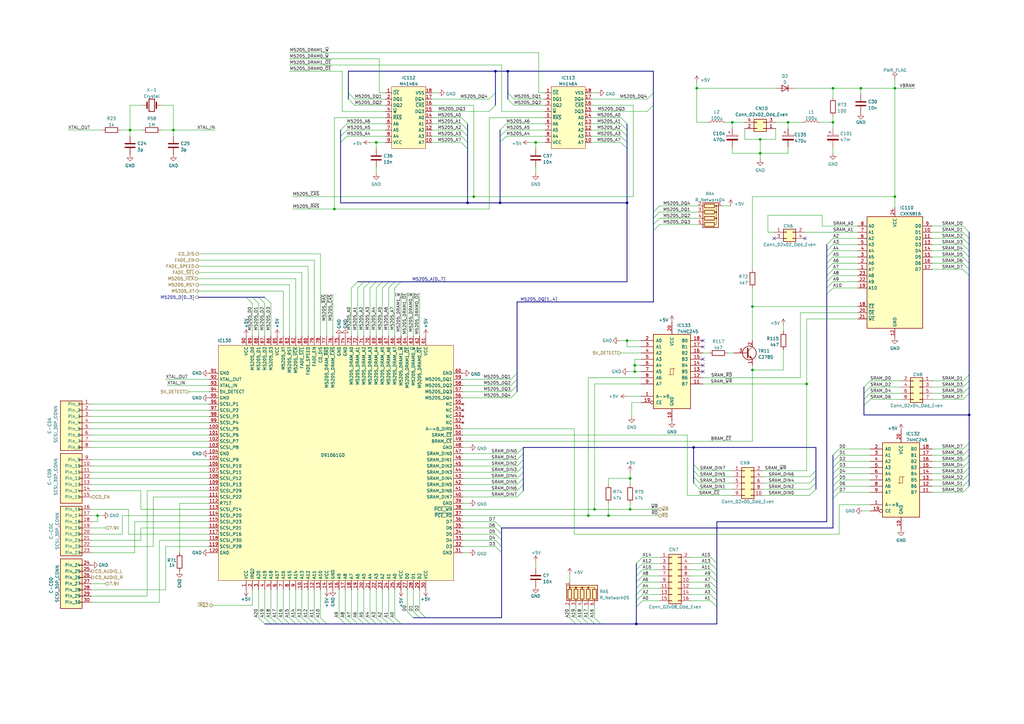
<source format=kicad_sch>
(kicad_sch (version 20211123) (generator eeschema)
  (paper "A3")
  (title_block (date "2022-10-23"))
  (junction (at 137.16 85.725))
  (junction (at 260.35 152.4))
  (junction (at 243.84 208.915))
  (junction (at 330.835 157.48))
  (junction (at 323.215 50.165))
  (junction (at 367.03 80.645))
  (junction (at 257.175 139.7))
  (junction (at 341.63 36.195))
  (junction (at 249.555 211.455))
  (junction (at 71.12 53.34))
  (junction (at 367.03 36.195))
  (junction (at 219.71 58.42))
  (junction (at 191.77 83.185))
  (junction (at 397.51 170.18))
  (junction (at 257.175 83.185))
  (junction (at 308.61 151.765))
  (junction (at 258.445 196.215))
  (junction (at 311.785 62.865))
  (junction (at 284.48 183.515))
  (junction (at 260.35 149.86))
  (junction (at 40.005 211.455))
  (junction (at 194.31 80.645))
  (junction (at 241.3 211.455))
  (junction (at 285.75 36.195))
  (junction (at 203.2 29.21))
  (junction (at 208.28 29.21))
  (junction (at 308.61 125.73))
  (junction (at 154.305 58.42))
  (junction (at 260.985 255.905))
  (junction (at 300.355 50.165))
  (junction (at 258.445 208.915))
  (junction (at 311.785 57.15))
  (junction (at 205.105 83.185))
  (junction (at 53.34 53.34))
  (junction (at 353.06 36.195))
  (junction (at 341.63 50.165))
  (no_connect (at 330.2 97.79))
  (no_connect (at 317.5 97.79))
  (no_connect (at 288.29 147.32))
  (no_connect (at 288.29 149.86))
  (no_connect (at 288.29 142.24))
  (no_connect (at 288.29 152.4))
  (no_connect (at 288.29 139.7))
  (bus_entry (at 254.635 50.8) (size 2.54 2.54))
  (bus_entry (at 167.005 250.825) (size 2.54 2.54))
  (bus_entry (at 267.97 86.995) (size 2.54 -2.54))
  (bus_entry (at 267.97 89.535) (size 2.54 -2.54))
  (bus_entry (at 267.97 94.615) (size 2.54 -2.54))
  (bus_entry (at 267.97 92.075) (size 2.54 -2.54))
  (bus_entry (at 291.465 241.3) (size 2.54 2.54))
  (bus_entry (at 344.17 191.77) (size -2.54 2.54))
  (bus_entry (at 263.525 243.84) (size -2.54 2.54))
  (bus_entry (at 291.465 236.22) (size 2.54 2.54))
  (bus_entry (at 205.105 58.42) (size 2.54 -2.54))
  (bus_entry (at 291.465 233.68) (size 2.54 2.54))
  (bus_entry (at 263.525 236.22) (size -2.54 2.54))
  (bus_entry (at 203.2 213.995) (size 2.54 2.54))
  (bus_entry (at 254.635 48.26) (size 2.54 2.54))
  (bus_entry (at 128.905 253.365) (size 2.54 2.54))
  (bus_entry (at 394.97 201.93) (size 2.54 -2.54))
  (bus_entry (at 394.97 102.87) (size 2.54 2.54))
  (bus_entry (at 243.84 253.365) (size 2.54 2.54))
  (bus_entry (at 397.51 161.29) (size -2.54 2.54))
  (bus_entry (at 394.97 189.23) (size 2.54 -2.54))
  (bus_entry (at 203.2 224.155) (size 2.54 2.54))
  (bus_entry (at 394.97 105.41) (size 2.54 2.54))
  (bus_entry (at 263.525 246.38) (size -2.54 2.54))
  (bus_entry (at 344.17 194.31) (size -2.54 2.54))
  (bus_entry (at 212.09 203.835) (size 2.54 -2.54))
  (bus_entry (at 212.09 153.035) (size -2.54 2.54))
  (bus_entry (at 212.09 198.755) (size 2.54 -2.54))
  (bus_entry (at 334.645 198.12) (size -2.54 2.54))
  (bus_entry (at 291.465 231.14) (size 2.54 2.54))
  (bus_entry (at 146.685 253.365) (size 2.54 2.54))
  (bus_entry (at 212.09 201.295) (size 2.54 -2.54))
  (bus_entry (at 113.665 253.365) (size 2.54 2.54))
  (bus_entry (at 394.97 199.39) (size 2.54 -2.54))
  (bus_entry (at 203.2 221.615) (size 2.54 2.54))
  (bus_entry (at 238.76 253.365) (size 2.54 2.54))
  (bus_entry (at 212.09 155.575) (size -2.54 2.54))
  (bus_entry (at 334.645 193.04) (size -2.54 2.54))
  (bus_entry (at 233.68 253.365) (size 2.54 2.54))
  (bus_entry (at 263.525 228.6) (size -2.54 2.54))
  (bus_entry (at 103.505 121.92) (size 2.54 2.54))
  (bus_entry (at 108.585 121.92) (size 2.54 2.54))
  (bus_entry (at 106.045 121.92) (size 2.54 2.54))
  (bus_entry (at 100.965 121.92) (size 2.54 2.54))
  (bus_entry (at 159.385 253.365) (size 2.54 2.54))
  (bus_entry (at 263.525 238.76) (size -2.54 2.54))
  (bus_entry (at 144.145 253.365) (size 2.54 2.54))
  (bus_entry (at 212.09 191.135) (size 2.54 -2.54))
  (bus_entry (at 212.09 196.215) (size 2.54 -2.54))
  (bus_entry (at 265.43 45.72) (size 2.54 -2.54))
  (bus_entry (at 397.51 153.67) (size -2.54 2.54))
  (bus_entry (at 139.065 253.365) (size 2.54 2.54))
  (bus_entry (at 212.09 160.655) (size -2.54 2.54))
  (bus_entry (at 208.28 38.1) (size 2.54 2.54))
  (bus_entry (at 344.17 196.85) (size -2.54 2.54))
  (bus_entry (at 284.48 195.58) (size 2.54 2.54))
  (bus_entry (at 203.2 216.535) (size 2.54 2.54))
  (bus_entry (at 254.635 58.42) (size 2.54 2.54))
  (bus_entry (at 397.51 156.21) (size -2.54 2.54))
  (bus_entry (at 263.525 233.68) (size -2.54 2.54))
  (bus_entry (at 284.48 193.04) (size 2.54 2.54))
  (bus_entry (at 203.2 219.075) (size 2.54 2.54))
  (bus_entry (at 394.97 196.85) (size 2.54 -2.54))
  (bus_entry (at 334.645 200.66) (size -2.54 2.54))
  (bus_entry (at 334.645 195.58) (size -2.54 2.54))
  (bus_entry (at 344.17 184.15) (size -2.54 2.54))
  (bus_entry (at 291.465 228.6) (size 2.54 2.54))
  (bus_entry (at 172.085 250.825) (size 2.54 2.54))
  (bus_entry (at 394.97 100.33) (size 2.54 2.54))
  (bus_entry (at 394.97 97.79) (size 2.54 2.54))
  (bus_entry (at 394.97 95.25) (size 2.54 2.54))
  (bus_entry (at 394.97 92.71) (size 2.54 2.54))
  (bus_entry (at 131.445 253.365) (size 2.54 2.54))
  (bus_entry (at 356.87 158.75) (size -2.54 2.54))
  (bus_entry (at 291.465 238.76) (size 2.54 2.54))
  (bus_entry (at 212.09 193.675) (size 2.54 -2.54))
  (bus_entry (at 356.87 156.21) (size -2.54 2.54))
  (bus_entry (at 200.66 40.64) (size 2.54 -2.54))
  (bus_entry (at 200.66 45.72) (size 2.54 -2.54))
  (bus_entry (at 142.875 40.64) (size 2.54 2.54))
  (bus_entry (at 142.875 38.1) (size 2.54 2.54))
  (bus_entry (at 394.97 184.15) (size 2.54 -2.54))
  (bus_entry (at 284.48 198.12) (size 2.54 2.54))
  (bus_entry (at 291.465 243.84) (size 2.54 2.54))
  (bus_entry (at 356.87 161.29) (size -2.54 2.54))
  (bus_entry (at 254.635 55.88) (size 2.54 2.54))
  (bus_entry (at 212.09 158.115) (size -2.54 2.54))
  (bus_entry (at 291.465 246.38) (size 2.54 2.54))
  (bus_entry (at 149.225 253.365) (size 2.54 2.54))
  (bus_entry (at 394.97 107.95) (size 2.54 2.54))
  (bus_entry (at 212.09 186.055) (size 2.54 -2.54))
  (bus_entry (at 344.17 186.69) (size -2.54 2.54))
  (bus_entry (at 208.28 40.64) (size 2.54 2.54))
  (bus_entry (at 263.525 231.14) (size -2.54 2.54))
  (bus_entry (at 118.745 253.365) (size 2.54 2.54))
  (bus_entry (at 159.385 118.11) (size 2.54 -2.54))
  (bus_entry (at 156.845 118.11) (size 2.54 -2.54))
  (bus_entry (at 161.925 118.11) (size 2.54 -2.54))
  (bus_entry (at 154.305 118.11) (size 2.54 -2.54))
  (bus_entry (at 151.765 118.11) (size 2.54 -2.54))
  (bus_entry (at 149.225 118.11) (size 2.54 -2.54))
  (bus_entry (at 146.685 118.11) (size 2.54 -2.54))
  (bus_entry (at 144.145 118.11) (size 2.54 -2.54))
  (bus_entry (at 116.205 253.365) (size 2.54 2.54))
  (bus_entry (at 356.87 163.83) (size -2.54 2.54))
  (bus_entry (at 108.585 253.365) (size 2.54 2.54))
  (bus_entry (at 254.635 53.34) (size 2.54 2.54))
  (bus_entry (at 394.97 191.77) (size 2.54 -2.54))
  (bus_entry (at 284.48 190.5) (size 2.54 2.54))
  (bus_entry (at 121.285 253.365) (size 2.54 2.54))
  (bus_entry (at 344.17 189.23) (size -2.54 2.54))
  (bus_entry (at 341.63 113.03) (size -2.54 2.54))
  (bus_entry (at 341.63 115.57) (size -2.54 2.54))
  (bus_entry (at 341.63 118.11) (size -2.54 2.54))
  (bus_entry (at 341.63 105.41) (size -2.54 2.54))
  (bus_entry (at 341.63 100.33) (size -2.54 2.54))
  (bus_entry (at 341.63 102.87) (size -2.54 2.54))
  (bus_entry (at 341.63 107.95) (size -2.54 2.54))
  (bus_entry (at 341.63 110.49) (size -2.54 2.54))
  (bus_entry (at 341.63 97.79) (size -2.54 2.54))
  (bus_entry (at 394.97 186.69) (size 2.54 -2.54))
  (bus_entry (at 394.97 194.31) (size 2.54 -2.54))
  (bus_entry (at 236.22 253.365) (size 2.54 2.54))
  (bus_entry (at 241.3 253.365) (size 2.54 2.54))
  (bus_entry (at 161.925 253.365) (size 2.54 2.54))
  (bus_entry (at 263.525 241.3) (size -2.54 2.54))
  (bus_entry (at 265.43 40.64) (size 2.54 -2.54))
  (bus_entry (at 111.125 253.365) (size 2.54 2.54))
  (bus_entry (at 139.7 58.42) (size 2.54 -2.54))
  (bus_entry (at 344.17 199.39) (size -2.54 2.54))
  (bus_entry (at 205.105 53.34) (size 2.54 -2.54))
  (bus_entry (at 154.305 253.365) (size 2.54 2.54))
  (bus_entry (at 106.045 253.365) (size 2.54 2.54))
  (bus_entry (at 141.605 253.365) (size 2.54 2.54))
  (bus_entry (at 123.825 253.365) (size 2.54 2.54))
  (bus_entry (at 169.545 250.825) (size 2.54 2.54))
  (bus_entry (at 205.105 55.88) (size 2.54 -2.54))
  (bus_entry (at 189.23 50.8) (size 2.54 2.54))
  (bus_entry (at 189.23 53.34) (size 2.54 2.54))
  (bus_entry (at 189.23 48.26) (size 2.54 2.54))
  (bus_entry (at 189.23 58.42) (size 2.54 2.54))
  (bus_entry (at 189.23 55.88) (size 2.54 2.54))
  (bus_entry (at 139.7 53.34) (size 2.54 -2.54))
  (bus_entry (at 139.7 55.88) (size 2.54 -2.54))
  (bus_entry (at 156.845 253.365) (size 2.54 2.54))
  (bus_entry (at 212.09 188.595) (size 2.54 -2.54))
  (bus_entry (at 397.51 158.75) (size -2.54 2.54))
  (bus_entry (at 126.365 253.365) (size 2.54 2.54))
  (bus_entry (at 151.765 253.365) (size 2.54 2.54))
  (bus_entry (at 344.17 201.93) (size -2.54 2.54))
  (bus_entry (at 394.97 110.49) (size 2.54 2.54))
  (bus (pts (xy 294.005 236.22) (xy 294.005 238.76)))
  (bus (pts (xy 169.545 253.365) (xy 172.085 253.365)))
  (wire (pts (xy 67.945 155.575) (xy 85.725 155.575)))
  (wire (pts (xy 270.51 92.075) (xy 286.385 92.075)))
  (wire (pts (xy 106.045 253.365) (xy 106.045 241.935)))
  (wire (pts (xy 85.725 208.915) (xy 57.785 208.915)))
  (bus (pts (xy 260.985 233.68) (xy 260.985 236.22)))
  (wire (pts (xy 321.31 133.35) (xy 321.31 135.89)))
  (wire (pts (xy 367.03 36.195) (xy 375.285 36.195)))
  (bus (pts (xy 334.645 183.515) (xy 334.645 193.04)))
  (wire (pts (xy 108.585 253.365) (xy 108.585 241.935)))
  (wire (pts (xy 260.35 152.4) (xy 262.89 152.4)))
  (wire (pts (xy 118.745 26.67) (xy 205.74 26.67)))
  (wire (pts (xy 314.96 95.25) (xy 314.96 88.265)))
  (wire (pts (xy 37.465 219.075) (xy 50.165 219.075)))
  (bus (pts (xy 141.605 255.905) (xy 144.145 255.905)))
  (wire (pts (xy 308.61 151.765) (xy 321.31 151.765)))
  (wire (pts (xy 254 139.7) (xy 257.175 139.7)))
  (wire (pts (xy 356.87 158.75) (xy 369.57 158.75)))
  (bus (pts (xy 294.005 248.92) (xy 294.005 255.905)))
  (bus (pts (xy 146.685 255.905) (xy 149.225 255.905)))
  (wire (pts (xy 394.97 158.75) (xy 382.27 158.75)))
  (wire (pts (xy 57.785 208.915) (xy 57.785 201.295)))
  (wire (pts (xy 243.84 208.915) (xy 243.84 157.48)))
  (wire (pts (xy 291.465 238.76) (xy 283.21 238.76)))
  (bus (pts (xy 339.09 110.49) (xy 339.09 113.03)))
  (bus (pts (xy 267.97 29.21) (xy 267.97 38.1)))
  (wire (pts (xy 287.02 193.04) (xy 300.355 193.04)))
  (bus (pts (xy 257.175 58.42) (xy 257.175 60.96)))
  (wire (pts (xy 37.465 188.595) (xy 85.725 188.595)))
  (wire (pts (xy 189.865 219.075) (xy 203.2 219.075)))
  (bus (pts (xy 397.51 186.69) (xy 397.51 189.23)))
  (bus (pts (xy 214.63 186.055) (xy 214.63 188.595)))
  (wire (pts (xy 37.465 208.915) (xy 52.705 208.915)))
  (wire (pts (xy 151.765 58.42) (xy 154.305 58.42)))
  (wire (pts (xy 337.185 92.71) (xy 351.79 92.71)))
  (wire (pts (xy 318.135 57.15) (xy 311.785 57.15)))
  (wire (pts (xy 62.865 224.155) (xy 37.465 224.155)))
  (bus (pts (xy 397.51 97.79) (xy 397.51 100.33)))
  (wire (pts (xy 71.12 43.18) (xy 66.04 43.18)))
  (bus (pts (xy 267.97 123.825) (xy 267.97 94.615)))
  (wire (pts (xy 177.165 50.8) (xy 189.23 50.8)))
  (wire (pts (xy 40.005 211.455) (xy 41.91 211.455)))
  (bus (pts (xy 334.645 195.58) (xy 334.645 193.04)))
  (wire (pts (xy 394.97 100.33) (xy 382.27 100.33)))
  (bus (pts (xy 341.63 204.47) (xy 341.63 216.535)))
  (wire (pts (xy 270.51 86.995) (xy 286.385 86.995)))
  (wire (pts (xy 262.89 165.1) (xy 259.08 165.1)))
  (bus (pts (xy 205.105 83.185) (xy 257.175 83.185)))
  (bus (pts (xy 205.74 219.075) (xy 205.74 221.615)))
  (wire (pts (xy 341.63 50.165) (xy 341.63 52.705)))
  (bus (pts (xy 139.7 83.185) (xy 191.77 83.185)))
  (wire (pts (xy 367.03 36.195) (xy 367.03 80.645)))
  (wire (pts (xy 161.925 241.935) (xy 161.925 253.365)))
  (wire (pts (xy 291.465 228.6) (xy 283.21 228.6)))
  (wire (pts (xy 156.845 118.11) (xy 156.845 137.795)))
  (wire (pts (xy 257.81 152.4) (xy 260.35 152.4)))
  (wire (pts (xy 37.465 180.975) (xy 85.725 180.975)))
  (wire (pts (xy 367.03 80.645) (xy 367.03 85.09)))
  (wire (pts (xy 158.115 43.18) (xy 145.415 43.18)))
  (wire (pts (xy 241.3 154.94) (xy 262.89 154.94)))
  (wire (pts (xy 249.555 206.375) (xy 249.555 211.455)))
  (bus (pts (xy 203.2 38.1) (xy 203.2 29.21)))
  (wire (pts (xy 37.465 183.515) (xy 85.725 183.515)))
  (wire (pts (xy 106.045 137.795) (xy 106.045 124.46)))
  (wire (pts (xy 177.165 58.42) (xy 189.23 58.42)))
  (bus (pts (xy 191.77 83.185) (xy 205.105 83.185)))
  (bus (pts (xy 156.845 255.905) (xy 159.385 255.905)))
  (wire (pts (xy 249.555 196.215) (xy 249.555 198.755)))
  (wire (pts (xy 242.57 50.8) (xy 254.635 50.8)))
  (wire (pts (xy 219.71 233.045) (xy 219.71 230.505)))
  (wire (pts (xy 158.115 50.8) (xy 142.24 50.8)))
  (wire (pts (xy 68.58 158.115) (xy 85.725 158.115)))
  (wire (pts (xy 137.16 85.725) (xy 120.015 85.725)))
  (wire (pts (xy 330.835 130.81) (xy 330.835 157.48)))
  (wire (pts (xy 205.74 26.67) (xy 205.74 45.72)))
  (bus (pts (xy 128.905 255.905) (xy 131.445 255.905)))
  (wire (pts (xy 81.28 106.68) (xy 128.905 106.68)))
  (bus (pts (xy 205.105 53.34) (xy 205.105 55.88)))
  (wire (pts (xy 394.97 102.87) (xy 382.27 102.87)))
  (bus (pts (xy 339.09 100.33) (xy 339.09 102.87)))
  (bus (pts (xy 260.985 236.22) (xy 260.985 238.76)))
  (bus (pts (xy 214.63 183.515) (xy 214.63 186.055)))
  (wire (pts (xy 164.465 120.015) (xy 164.465 137.795)))
  (wire (pts (xy 394.97 194.31) (xy 382.27 194.31)))
  (wire (pts (xy 85.725 203.835) (xy 62.865 203.835)))
  (bus (pts (xy 339.09 113.03) (xy 339.09 115.57)))
  (wire (pts (xy 167.005 120.015) (xy 167.005 137.795)))
  (bus (pts (xy 284.48 193.04) (xy 284.48 190.5)))
  (wire (pts (xy 126.365 253.365) (xy 126.365 241.935)))
  (wire (pts (xy 159.385 253.365) (xy 159.385 241.935)))
  (wire (pts (xy 323.215 60.325) (xy 323.215 62.865)))
  (bus (pts (xy 142.875 38.1) (xy 142.875 29.21)))
  (bus (pts (xy 267.97 89.535) (xy 267.97 86.995)))
  (wire (pts (xy 194.31 43.18) (xy 194.31 80.645)))
  (bus (pts (xy 267.97 43.18) (xy 267.97 38.1)))
  (wire (pts (xy 205.74 45.72) (xy 223.52 45.72)))
  (wire (pts (xy 288.29 157.48) (xy 330.835 157.48)))
  (bus (pts (xy 243.84 255.905) (xy 241.3 255.905)))
  (wire (pts (xy 341.63 36.195) (xy 341.63 40.005)))
  (wire (pts (xy 53.34 53.34) (xy 53.34 55.88)))
  (wire (pts (xy 37.465 221.615) (xy 57.785 221.615)))
  (bus (pts (xy 397.51 194.31) (xy 397.51 196.85)))
  (wire (pts (xy 81.28 119.38) (xy 116.205 119.38)))
  (wire (pts (xy 323.215 50.165) (xy 323.215 52.705)))
  (wire (pts (xy 290.195 50.165) (xy 285.75 50.165)))
  (wire (pts (xy 328.295 154.94) (xy 328.295 128.27)))
  (wire (pts (xy 341.63 100.33) (xy 351.79 100.33)))
  (wire (pts (xy 220.98 21.59) (xy 220.98 38.1)))
  (wire (pts (xy 351.79 107.95) (xy 341.63 107.95)))
  (wire (pts (xy 172.085 250.825) (xy 172.085 241.935)))
  (wire (pts (xy 353.06 36.195) (xy 367.03 36.195)))
  (wire (pts (xy 200.66 85.725) (xy 200.66 48.26)))
  (wire (pts (xy 257.175 139.7) (xy 257.175 142.24)))
  (bus (pts (xy 123.825 255.905) (xy 126.365 255.905)))
  (wire (pts (xy 242.57 48.26) (xy 254.635 48.26)))
  (wire (pts (xy 356.87 209.55) (xy 353.695 209.55)))
  (wire (pts (xy 258.445 196.215) (xy 258.445 198.755)))
  (wire (pts (xy 249.555 196.215) (xy 258.445 196.215)))
  (wire (pts (xy 318.135 57.15) (xy 318.135 52.705)))
  (bus (pts (xy 334.645 198.12) (xy 334.645 200.66)))
  (wire (pts (xy 323.215 62.865) (xy 311.785 62.865)))
  (bus (pts (xy 260.985 248.92) (xy 260.985 255.905)))
  (bus (pts (xy 139.7 55.88) (xy 139.7 58.42)))
  (wire (pts (xy 212.09 191.135) (xy 189.865 191.135)))
  (wire (pts (xy 356.87 163.83) (xy 369.57 163.83)))
  (wire (pts (xy 88.265 53.34) (xy 71.12 53.34)))
  (wire (pts (xy 37.465 213.995) (xy 40.005 213.995)))
  (wire (pts (xy 141.605 253.365) (xy 141.605 241.935)))
  (bus (pts (xy 341.63 199.39) (xy 341.63 201.93)))
  (wire (pts (xy 285.75 36.195) (xy 285.75 50.165)))
  (wire (pts (xy 189.865 213.995) (xy 203.2 213.995)))
  (bus (pts (xy 397.51 170.18) (xy 397.51 181.61)))
  (bus (pts (xy 191.77 55.88) (xy 191.77 58.42)))
  (bus (pts (xy 205.105 55.88) (xy 205.105 58.42)))
  (wire (pts (xy 367.03 32.385) (xy 367.03 36.195)))
  (wire (pts (xy 37.465 178.435) (xy 85.725 178.435)))
  (wire (pts (xy 235.585 175.895) (xy 235.585 219.075)))
  (wire (pts (xy 37.465 168.275) (xy 85.725 168.275)))
  (wire (pts (xy 332.105 200.66) (xy 313.055 200.66)))
  (bus (pts (xy 397.51 158.75) (xy 397.51 161.29)))
  (wire (pts (xy 321.31 143.51) (xy 321.31 151.765)))
  (wire (pts (xy 154.305 241.935) (xy 154.305 253.365)))
  (wire (pts (xy 177.165 40.64) (xy 200.66 40.64)))
  (wire (pts (xy 300.355 50.165) (xy 300.355 52.705)))
  (wire (pts (xy 260.35 147.32) (xy 260.35 149.86)))
  (wire (pts (xy 217.17 58.42) (xy 219.71 58.42)))
  (bus (pts (xy 212.09 123.825) (xy 267.97 123.825)))
  (wire (pts (xy 394.97 156.21) (xy 382.27 156.21)))
  (wire (pts (xy 223.52 43.18) (xy 210.82 43.18)))
  (bus (pts (xy 257.175 115.57) (xy 257.175 83.185)))
  (bus (pts (xy 164.465 115.57) (xy 257.175 115.57)))
  (bus (pts (xy 205.105 58.42) (xy 205.105 83.185)))
  (bus (pts (xy 339.09 120.65) (xy 339.09 213.995)))
  (wire (pts (xy 189.865 163.195) (xy 209.55 163.195)))
  (wire (pts (xy 86.995 248.285) (xy 103.505 248.285)))
  (bus (pts (xy 397.51 181.61) (xy 397.51 184.15)))
  (wire (pts (xy 353.06 36.195) (xy 341.63 36.195)))
  (wire (pts (xy 146.685 253.365) (xy 146.685 241.935)))
  (wire (pts (xy 308.61 149.86) (xy 308.61 151.765)))
  (wire (pts (xy 85.725 224.155) (xy 67.945 224.155)))
  (wire (pts (xy 192.405 226.695) (xy 189.865 226.695)))
  (wire (pts (xy 158.115 45.72) (xy 140.335 45.72)))
  (wire (pts (xy 189.865 158.115) (xy 209.55 158.115)))
  (wire (pts (xy 158.115 40.64) (xy 145.415 40.64)))
  (wire (pts (xy 235.585 219.075) (xy 344.17 219.075)))
  (wire (pts (xy 287.02 198.12) (xy 300.355 198.12)))
  (bus (pts (xy 118.745 255.905) (xy 121.285 255.905)))
  (bus (pts (xy 191.77 50.8) (xy 191.77 53.34)))
  (bus (pts (xy 236.22 255.905) (xy 164.465 255.905)))
  (wire (pts (xy 149.225 253.365) (xy 149.225 241.935)))
  (wire (pts (xy 52.705 208.915) (xy 52.705 219.075)))
  (bus (pts (xy 106.045 121.92) (xy 108.585 121.92)))
  (wire (pts (xy 332.105 198.12) (xy 313.055 198.12)))
  (wire (pts (xy 243.84 253.365) (xy 243.84 248.285)))
  (wire (pts (xy 37.465 216.535) (xy 43.18 216.535)))
  (wire (pts (xy 219.71 58.42) (xy 223.52 58.42)))
  (wire (pts (xy 257.175 142.24) (xy 262.89 142.24)))
  (bus (pts (xy 341.63 194.31) (xy 341.63 196.85)))
  (wire (pts (xy 296.545 84.455) (xy 299.72 84.455)))
  (wire (pts (xy 37.465 239.395) (xy 43.18 239.395)))
  (wire (pts (xy 311.785 57.15) (xy 311.785 62.865)))
  (bus (pts (xy 397.51 156.21) (xy 397.51 158.75)))
  (wire (pts (xy 177.165 45.72) (xy 200.66 45.72)))
  (wire (pts (xy 192.405 183.515) (xy 189.865 183.515)))
  (bus (pts (xy 214.63 183.515) (xy 284.48 183.515)))
  (wire (pts (xy 258.445 193.675) (xy 258.445 196.215)))
  (wire (pts (xy 242.57 43.18) (xy 259.715 43.18)))
  (wire (pts (xy 154.305 58.42) (xy 158.115 58.42)))
  (wire (pts (xy 81.28 114.3) (xy 121.285 114.3)))
  (wire (pts (xy 37.465 193.675) (xy 85.725 193.675)))
  (bus (pts (xy 397.51 184.15) (xy 397.51 186.69)))
  (bus (pts (xy 339.09 107.95) (xy 339.09 110.49)))
  (wire (pts (xy 37.465 170.815) (xy 85.725 170.815)))
  (wire (pts (xy 156.845 253.365) (xy 156.845 241.935)))
  (wire (pts (xy 337.185 88.265) (xy 337.185 92.71)))
  (wire (pts (xy 189.865 211.455) (xy 241.3 211.455)))
  (bus (pts (xy 294.005 231.14) (xy 294.005 233.68)))
  (wire (pts (xy 263.525 228.6) (xy 270.51 228.6)))
  (wire (pts (xy 71.12 53.34) (xy 71.12 43.18)))
  (bus (pts (xy 151.765 115.57) (xy 154.305 115.57)))
  (wire (pts (xy 341.63 50.165) (xy 336.55 50.165)))
  (wire (pts (xy 137.16 85.725) (xy 200.66 85.725)))
  (bus (pts (xy 146.685 115.57) (xy 149.225 115.57)))
  (wire (pts (xy 128.905 106.68) (xy 128.905 137.795)))
  (wire (pts (xy 344.17 189.23) (xy 356.87 189.23)))
  (wire (pts (xy 314.96 95.25) (xy 317.5 95.25)))
  (wire (pts (xy 81.28 104.14) (xy 131.445 104.14)))
  (bus (pts (xy 267.97 94.615) (xy 267.97 92.075)))
  (bus (pts (xy 191.77 60.96) (xy 191.77 83.185)))
  (bus (pts (xy 354.33 170.18) (xy 397.51 170.18)))
  (bus (pts (xy 397.51 196.85) (xy 397.51 199.39)))
  (wire (pts (xy 394.97 95.25) (xy 382.27 95.25)))
  (wire (pts (xy 344.17 199.39) (xy 356.87 199.39)))
  (bus (pts (xy 205.74 216.535) (xy 341.63 216.535)))
  (wire (pts (xy 137.16 48.26) (xy 137.16 85.725)))
  (bus (pts (xy 161.925 255.905) (xy 164.465 255.905)))
  (wire (pts (xy 236.22 253.365) (xy 236.22 248.285)))
  (wire (pts (xy 154.305 137.795) (xy 154.305 118.11)))
  (bus (pts (xy 397.51 110.49) (xy 397.51 113.03)))
  (bus (pts (xy 257.175 60.96) (xy 257.175 83.185)))
  (wire (pts (xy 394.97 191.77) (xy 382.27 191.77)))
  (wire (pts (xy 189.865 208.915) (xy 243.84 208.915)))
  (bus (pts (xy 108.585 255.905) (xy 111.125 255.905)))
  (bus (pts (xy 294.005 246.38) (xy 294.005 248.92)))
  (wire (pts (xy 242.57 58.42) (xy 254.635 58.42)))
  (wire (pts (xy 177.165 43.18) (xy 194.31 43.18)))
  (bus (pts (xy 257.175 53.34) (xy 257.175 55.88)))
  (wire (pts (xy 116.205 253.365) (xy 116.205 241.935)))
  (wire (pts (xy 113.665 253.365) (xy 113.665 241.935)))
  (wire (pts (xy 259.715 80.645) (xy 259.715 43.18)))
  (wire (pts (xy 300.355 62.865) (xy 300.355 60.325)))
  (wire (pts (xy 192.405 206.375) (xy 189.865 206.375)))
  (wire (pts (xy 258.445 208.915) (xy 269.875 208.915)))
  (wire (pts (xy 305.435 52.705) (xy 305.435 57.15)))
  (wire (pts (xy 123.825 111.76) (xy 123.825 137.795)))
  (wire (pts (xy 344.17 191.77) (xy 356.87 191.77)))
  (wire (pts (xy 241.3 211.455) (xy 241.3 154.94)))
  (wire (pts (xy 262.89 149.86) (xy 260.35 149.86)))
  (wire (pts (xy 394.97 163.83) (xy 382.27 163.83)))
  (bus (pts (xy 294.005 243.84) (xy 294.005 246.38)))
  (bus (pts (xy 205.74 221.615) (xy 205.74 224.155)))
  (wire (pts (xy 55.245 213.995) (xy 85.725 213.995)))
  (wire (pts (xy 118.745 253.365) (xy 118.745 241.935)))
  (wire (pts (xy 65.405 221.615) (xy 85.725 221.615)))
  (wire (pts (xy 394.97 105.41) (xy 382.27 105.41)))
  (bus (pts (xy 257.175 50.8) (xy 257.175 53.34)))
  (wire (pts (xy 140.335 29.21) (xy 140.335 45.72)))
  (wire (pts (xy 158.115 55.88) (xy 142.24 55.88)))
  (bus (pts (xy 214.63 196.215) (xy 214.63 198.755)))
  (wire (pts (xy 131.445 253.365) (xy 131.445 241.935)))
  (bus (pts (xy 334.645 195.58) (xy 334.645 198.12)))
  (wire (pts (xy 263.525 241.3) (xy 270.51 241.3)))
  (wire (pts (xy 394.97 92.71) (xy 382.27 92.71)))
  (bus (pts (xy 113.665 255.905) (xy 116.205 255.905)))
  (bus (pts (xy 341.63 189.23) (xy 341.63 191.77)))
  (bus (pts (xy 133.985 255.905) (xy 141.605 255.905)))
  (bus (pts (xy 284.48 190.5) (xy 284.48 183.515)))
  (wire (pts (xy 330.2 95.25) (xy 351.79 95.25)))
  (wire (pts (xy 207.645 53.34) (xy 223.52 53.34)))
  (bus (pts (xy 149.225 115.57) (xy 151.765 115.57)))
  (wire (pts (xy 144.145 118.11) (xy 144.145 137.795)))
  (bus (pts (xy 354.33 161.29) (xy 354.33 163.83)))
  (wire (pts (xy 311.785 57.15) (xy 305.435 57.15)))
  (bus (pts (xy 397.51 113.03) (xy 397.51 153.67)))
  (wire (pts (xy 243.84 208.915) (xy 258.445 208.915)))
  (wire (pts (xy 356.87 161.29) (xy 369.57 161.29)))
  (wire (pts (xy 126.365 109.22) (xy 126.365 137.795)))
  (wire (pts (xy 394.97 201.93) (xy 382.27 201.93)))
  (bus (pts (xy 260.985 231.14) (xy 260.985 233.68)))
  (wire (pts (xy 57.785 221.615) (xy 57.785 216.535)))
  (bus (pts (xy 284.48 183.515) (xy 334.645 183.515)))
  (wire (pts (xy 118.745 24.13) (xy 155.575 24.13)))
  (wire (pts (xy 260.35 149.86) (xy 260.35 152.4)))
  (bus (pts (xy 354.33 158.75) (xy 354.33 161.29)))
  (bus (pts (xy 154.305 255.905) (xy 156.845 255.905)))
  (wire (pts (xy 263.525 231.14) (xy 270.51 231.14)))
  (wire (pts (xy 298.45 144.78) (xy 300.99 144.78)))
  (wire (pts (xy 330.835 157.48) (xy 330.835 193.04)))
  (wire (pts (xy 285.75 33.655) (xy 285.75 36.195)))
  (wire (pts (xy 37.465 196.215) (xy 85.725 196.215)))
  (wire (pts (xy 212.09 201.295) (xy 189.865 201.295)))
  (wire (pts (xy 318.135 36.195) (xy 285.75 36.195)))
  (bus (pts (xy 191.77 53.34) (xy 191.77 55.88)))
  (wire (pts (xy 62.865 203.835) (xy 62.865 224.155)))
  (wire (pts (xy 189.865 175.895) (xy 235.585 175.895)))
  (wire (pts (xy 311.785 62.865) (xy 311.785 65.405)))
  (wire (pts (xy 53.34 53.34) (xy 53.34 43.18)))
  (bus (pts (xy 354.33 163.83) (xy 354.33 166.37)))
  (wire (pts (xy 149.225 118.11) (xy 149.225 137.795)))
  (wire (pts (xy 242.57 40.64) (xy 265.43 40.64)))
  (wire (pts (xy 37.465 173.355) (xy 85.725 173.355)))
  (wire (pts (xy 189.865 155.575) (xy 209.55 155.575)))
  (wire (pts (xy 242.57 55.88) (xy 254.635 55.88)))
  (wire (pts (xy 394.97 107.95) (xy 382.27 107.95)))
  (bus (pts (xy 156.845 115.57) (xy 159.385 115.57)))
  (wire (pts (xy 50.165 211.455) (xy 85.725 211.455)))
  (wire (pts (xy 67.945 224.155) (xy 67.945 241.935)))
  (wire (pts (xy 287.02 200.66) (xy 300.355 200.66)))
  (wire (pts (xy 27.94 53.34) (xy 41.91 53.34)))
  (wire (pts (xy 118.745 29.21) (xy 140.335 29.21)))
  (wire (pts (xy 300.355 50.165) (xy 297.815 50.165)))
  (bus (pts (xy 159.385 115.57) (xy 161.925 115.57)))
  (wire (pts (xy 332.105 195.58) (xy 313.055 195.58)))
  (wire (pts (xy 189.865 221.615) (xy 203.2 221.615)))
  (wire (pts (xy 219.71 68.58) (xy 219.71 71.12)))
  (wire (pts (xy 108.585 124.46) (xy 108.585 137.795)))
  (wire (pts (xy 249.555 211.455) (xy 269.875 211.455)))
  (wire (pts (xy 177.165 38.1) (xy 179.705 38.1)))
  (bus (pts (xy 100.965 121.92) (xy 103.505 121.92)))
  (wire (pts (xy 308.61 125.73) (xy 308.61 139.7)))
  (wire (pts (xy 394.97 97.79) (xy 382.27 97.79)))
  (bus (pts (xy 267.97 92.075) (xy 267.97 89.535)))
  (wire (pts (xy 259.08 165.1) (xy 259.08 170.815)))
  (wire (pts (xy 65.405 247.015) (xy 65.405 221.615)))
  (wire (pts (xy 344.17 184.15) (xy 356.87 184.15)))
  (wire (pts (xy 103.505 124.46) (xy 103.505 137.795)))
  (wire (pts (xy 263.525 233.68) (xy 270.51 233.68)))
  (wire (pts (xy 172.085 120.015) (xy 172.085 137.795)))
  (wire (pts (xy 341.63 97.79) (xy 351.79 97.79)))
  (wire (pts (xy 52.705 219.075) (xy 85.725 219.075)))
  (bus (pts (xy 208.28 29.21) (xy 267.97 29.21)))
  (wire (pts (xy 37.465 211.455) (xy 40.005 211.455)))
  (wire (pts (xy 200.66 48.26) (xy 223.52 48.26)))
  (bus (pts (xy 205.74 216.535) (xy 205.74 219.075)))
  (bus (pts (xy 205.74 226.695) (xy 205.74 253.365)))
  (wire (pts (xy 288.29 154.94) (xy 328.295 154.94)))
  (bus (pts (xy 257.175 55.88) (xy 257.175 58.42)))
  (wire (pts (xy 291.465 236.22) (xy 283.21 236.22)))
  (bus (pts (xy 154.305 115.57) (xy 156.845 115.57)))
  (wire (pts (xy 103.505 241.935) (xy 103.505 248.285)))
  (bus (pts (xy 339.09 115.57) (xy 339.09 118.11)))
  (bus (pts (xy 267.97 86.995) (xy 267.97 43.18)))
  (wire (pts (xy 123.825 253.365) (xy 123.825 241.935)))
  (wire (pts (xy 73.66 226.695) (xy 73.66 206.375)))
  (wire (pts (xy 233.68 253.365) (xy 233.68 248.285)))
  (wire (pts (xy 394.97 199.39) (xy 382.27 199.39)))
  (wire (pts (xy 394.97 161.29) (xy 382.27 161.29)))
  (wire (pts (xy 155.575 24.13) (xy 155.575 38.1)))
  (wire (pts (xy 233.68 235.585) (xy 233.68 238.125)))
  (wire (pts (xy 212.09 196.215) (xy 189.865 196.215)))
  (wire (pts (xy 259.715 80.645) (xy 194.31 80.645)))
  (wire (pts (xy 207.645 50.8) (xy 223.52 50.8)))
  (bus (pts (xy 212.09 158.115) (xy 212.09 155.575)))
  (wire (pts (xy 60.325 244.475) (xy 37.465 244.475)))
  (bus (pts (xy 203.2 29.21) (xy 208.28 29.21)))
  (bus (pts (xy 260.985 246.38) (xy 260.985 248.92)))
  (wire (pts (xy 281.94 178.435) (xy 281.94 203.2)))
  (wire (pts (xy 242.57 38.1) (xy 245.11 38.1)))
  (wire (pts (xy 131.445 104.14) (xy 131.445 137.795)))
  (bus (pts (xy 212.09 155.575) (xy 212.09 153.035)))
  (wire (pts (xy 154.305 68.58) (xy 154.305 71.12)))
  (wire (pts (xy 288.29 144.78) (xy 290.83 144.78)))
  (bus (pts (xy 294.005 238.76) (xy 294.005 241.3)))
  (wire (pts (xy 305.435 50.165) (xy 300.355 50.165)))
  (bus (pts (xy 294.005 241.3) (xy 294.005 243.84)))
  (bus (pts (xy 212.09 160.655) (xy 212.09 158.115)))
  (wire (pts (xy 308.61 118.11) (xy 308.61 125.73)))
  (wire (pts (xy 330.835 130.81) (xy 351.79 130.81)))
  (bus (pts (xy 214.63 191.135) (xy 214.63 193.675)))
  (wire (pts (xy 55.245 226.695) (xy 55.245 213.995)))
  (wire (pts (xy 81.28 111.76) (xy 123.825 111.76)))
  (bus (pts (xy 142.875 29.21) (xy 203.2 29.21)))
  (wire (pts (xy 291.465 233.68) (xy 283.21 233.68)))
  (wire (pts (xy 159.385 118.11) (xy 159.385 137.795)))
  (wire (pts (xy 270.51 84.455) (xy 286.385 84.455)))
  (wire (pts (xy 344.17 186.69) (xy 356.87 186.69)))
  (bus (pts (xy 397.51 153.67) (xy 397.51 156.21)))
  (wire (pts (xy 243.84 157.48) (xy 262.89 157.48)))
  (bus (pts (xy 339.09 105.41) (xy 339.09 107.95)))
  (wire (pts (xy 257.175 139.7) (xy 262.89 139.7)))
  (bus (pts (xy 397.51 107.95) (xy 397.51 110.49)))
  (wire (pts (xy 341.63 47.625) (xy 341.63 50.165)))
  (bus (pts (xy 354.33 166.37) (xy 354.33 170.18)))
  (wire (pts (xy 328.295 128.27) (xy 351.79 128.27)))
  (bus (pts (xy 238.76 255.905) (xy 236.22 255.905)))
  (wire (pts (xy 169.545 120.015) (xy 169.545 137.795)))
  (bus (pts (xy 212.09 123.825) (xy 212.09 153.035)))
  (wire (pts (xy 212.09 188.595) (xy 189.865 188.595)))
  (wire (pts (xy 53.34 43.18) (xy 58.42 43.18)))
  (wire (pts (xy 212.09 193.675) (xy 189.865 193.675)))
  (bus (pts (xy 208.28 38.1) (xy 208.28 40.64)))
  (wire (pts (xy 189.865 216.535) (xy 203.2 216.535)))
  (wire (pts (xy 177.165 53.34) (xy 189.23 53.34)))
  (bus (pts (xy 142.875 38.1) (xy 142.875 40.64)))
  (bus (pts (xy 111.125 255.905) (xy 113.665 255.905)))
  (wire (pts (xy 212.09 198.755) (xy 189.865 198.755)))
  (wire (pts (xy 71.12 53.34) (xy 71.12 55.88)))
  (wire (pts (xy 281.94 203.2) (xy 300.355 203.2)))
  (bus (pts (xy 214.63 198.755) (xy 214.63 201.295)))
  (wire (pts (xy 212.09 186.055) (xy 189.865 186.055)))
  (bus (pts (xy 397.51 100.33) (xy 397.51 102.87)))
  (wire (pts (xy 223.52 40.64) (xy 210.82 40.64)))
  (bus (pts (xy 294.005 233.68) (xy 294.005 236.22)))
  (bus (pts (xy 139.7 58.42) (xy 139.7 83.185)))
  (bus (pts (xy 397.51 189.23) (xy 397.51 191.77)))
  (bus (pts (xy 144.145 255.905) (xy 146.685 255.905)))
  (wire (pts (xy 283.21 246.38) (xy 291.465 246.38)))
  (wire (pts (xy 161.925 118.11) (xy 161.925 137.795)))
  (wire (pts (xy 37.465 226.695) (xy 55.245 226.695)))
  (wire (pts (xy 325.755 36.195) (xy 341.63 36.195)))
  (wire (pts (xy 111.125 253.365) (xy 111.125 241.935)))
  (bus (pts (xy 149.225 255.905) (xy 151.765 255.905)))
  (wire (pts (xy 66.04 53.34) (xy 71.12 53.34)))
  (bus (pts (xy 159.385 255.905) (xy 161.925 255.905)))
  (wire (pts (xy 341.63 60.325) (xy 341.63 62.865)))
  (wire (pts (xy 223.52 38.1) (xy 220.98 38.1)))
  (bus (pts (xy 341.63 186.69) (xy 341.63 189.23)))
  (bus (pts (xy 246.38 255.905) (xy 243.84 255.905)))
  (wire (pts (xy 308.61 80.645) (xy 308.61 110.49)))
  (bus (pts (xy 121.285 255.905) (xy 123.825 255.905)))
  (wire (pts (xy 146.685 137.795) (xy 146.685 118.11)))
  (wire (pts (xy 344.17 219.075) (xy 344.17 207.01)))
  (bus (pts (xy 339.09 102.87) (xy 339.09 105.41)))
  (wire (pts (xy 263.525 236.22) (xy 270.51 236.22)))
  (bus (pts (xy 397.51 102.87) (xy 397.51 105.41)))
  (bus (pts (xy 260.985 243.84) (xy 260.985 246.38)))
  (wire (pts (xy 344.17 194.31) (xy 356.87 194.31)))
  (bus (pts (xy 172.085 253.365) (xy 174.625 253.365)))
  (wire (pts (xy 258.445 206.375) (xy 258.445 208.915)))
  (wire (pts (xy 116.205 119.38) (xy 116.205 137.795)))
  (bus (pts (xy 208.28 29.21) (xy 208.28 38.1)))
  (wire (pts (xy 139.065 253.365) (xy 139.065 241.935)))
  (wire (pts (xy 158.115 38.1) (xy 155.575 38.1)))
  (wire (pts (xy 341.63 105.41) (xy 351.79 105.41)))
  (bus (pts (xy 126.365 255.905) (xy 128.905 255.905)))
  (bus (pts (xy 191.77 58.42) (xy 191.77 60.96)))
  (bus (pts (xy 341.63 201.93) (xy 341.63 204.47)))
  (bus (pts (xy 397.51 191.77) (xy 397.51 194.31)))
  (wire (pts (xy 219.71 58.42) (xy 219.71 60.96)))
  (wire (pts (xy 37.465 247.015) (xy 65.405 247.015)))
  (wire (pts (xy 128.905 241.935) (xy 128.905 253.365)))
  (wire (pts (xy 189.865 178.435) (xy 281.94 178.435)))
  (bus (pts (xy 397.51 95.25) (xy 397.51 97.79)))
  (wire (pts (xy 151.765 118.11) (xy 151.765 137.795)))
  (wire (pts (xy 263.525 243.84) (xy 270.51 243.84)))
  (wire (pts (xy 262.89 147.32) (xy 260.35 147.32)))
  (bus (pts (xy 205.74 224.155) (xy 205.74 226.695)))
  (wire (pts (xy 242.57 53.34) (xy 254.635 53.34)))
  (wire (pts (xy 330.835 193.04) (xy 313.055 193.04)))
  (bus (pts (xy 284.48 195.58) (xy 284.48 193.04)))
  (wire (pts (xy 353.06 38.735) (xy 353.06 36.195)))
  (bus (pts (xy 341.63 191.77) (xy 341.63 194.31)))
  (wire (pts (xy 144.145 253.365) (xy 144.145 241.935)))
  (wire (pts (xy 323.215 50.165) (xy 318.135 50.165)))
  (bus (pts (xy 151.765 255.905) (xy 154.305 255.905)))
  (wire (pts (xy 394.97 186.69) (xy 382.27 186.69)))
  (wire (pts (xy 344.17 201.93) (xy 356.87 201.93)))
  (bus (pts (xy 294.005 213.995) (xy 294.005 231.14)))
  (wire (pts (xy 394.97 184.15) (xy 382.27 184.15)))
  (wire (pts (xy 291.465 243.84) (xy 283.21 243.84)))
  (wire (pts (xy 121.285 114.3) (xy 121.285 137.795)))
  (wire (pts (xy 37.465 191.135) (xy 85.725 191.135)))
  (wire (pts (xy 57.785 216.535) (xy 85.725 216.535)))
  (wire (pts (xy 85.725 201.295) (xy 60.325 201.295)))
  (wire (pts (xy 37.465 198.755) (xy 85.725 198.755)))
  (wire (pts (xy 308.61 80.645) (xy 367.03 80.645)))
  (wire (pts (xy 49.53 53.34) (xy 53.34 53.34)))
  (bus (pts (xy 103.505 121.92) (xy 106.045 121.92)))
  (wire (pts (xy 394.97 189.23) (xy 382.27 189.23)))
  (wire (pts (xy 341.63 118.11) (xy 351.79 118.11)))
  (wire (pts (xy 73.66 206.375) (xy 85.725 206.375)))
  (bus (pts (xy 339.09 118.11) (xy 339.09 120.65)))
  (wire (pts (xy 118.745 21.59) (xy 220.98 21.59)))
  (wire (pts (xy 332.105 203.2) (xy 313.055 203.2)))
  (wire (pts (xy 344.17 207.01) (xy 356.87 207.01)))
  (bus (pts (xy 161.925 115.57) (xy 164.465 115.57)))
  (wire (pts (xy 137.16 48.26) (xy 158.115 48.26)))
  (wire (pts (xy 194.31 80.645) (xy 120.015 80.645)))
  (wire (pts (xy 356.87 156.21) (xy 369.57 156.21)))
  (wire (pts (xy 121.285 253.365) (xy 121.285 241.935)))
  (wire (pts (xy 287.02 195.58) (xy 300.355 195.58)))
  (wire (pts (xy 328.93 50.165) (xy 323.215 50.165)))
  (wire (pts (xy 133.985 137.795) (xy 133.985 120.65)))
  (wire (pts (xy 207.645 55.88) (xy 223.52 55.88)))
  (wire (pts (xy 189.865 224.155) (xy 203.2 224.155)))
  (wire (pts (xy 341.63 115.57) (xy 351.79 115.57)))
  (bus (pts (xy 397.51 161.29) (xy 397.51 170.18)))
  (bus (pts (xy 116.205 255.905) (xy 118.745 255.905)))
  (bus (pts (xy 203.2 43.18) (xy 203.2 38.1)))
  (wire (pts (xy 311.785 62.865) (xy 300.355 62.865)))
  (bus (pts (xy 246.38 255.905) (xy 260.985 255.905)))
  (bus (pts (xy 260.985 241.3) (xy 260.985 243.84)))
  (wire (pts (xy 154.305 58.42) (xy 154.305 60.96)))
  (wire (pts (xy 37.465 241.935) (xy 67.945 241.935)))
  (wire (pts (xy 60.325 201.295) (xy 60.325 244.475)))
  (wire (pts (xy 167.005 250.825) (xy 167.005 241.935)))
  (wire (pts (xy 241.3 211.455) (xy 249.555 211.455)))
  (wire (pts (xy 314.96 88.265) (xy 337.185 88.265)))
  (wire (pts (xy 77.47 160.655) (xy 85.725 160.655)))
  (bus (pts (xy 341.63 196.85) (xy 341.63 199.39)))
  (wire (pts (xy 351.79 110.49) (xy 341.63 110.49)))
  (bus (pts (xy 81.28 121.92) (xy 100.965 121.92)))
  (wire (pts (xy 308.61 151.765) (xy 308.61 180.975)))
  (wire (pts (xy 341.63 113.03) (xy 351.79 113.03)))
  (wire (pts (xy 169.545 250.825) (xy 169.545 241.935)))
  (wire (pts (xy 238.76 253.365) (xy 238.76 248.285)))
  (bus (pts (xy 294.005 213.995) (xy 339.09 213.995)))
  (wire (pts (xy 40.005 213.995) (xy 40.005 211.455)))
  (wire (pts (xy 270.51 89.535) (xy 286.385 89.535)))
  (bus (pts (xy 284.48 195.58) (xy 284.48 198.12)))
  (bus (pts (xy 294.005 255.905) (xy 260.985 255.905)))
  (bus (pts (xy 260.985 238.76) (xy 260.985 241.3)))
  (wire (pts (xy 291.465 231.14) (xy 283.21 231.14)))
  (wire (pts (xy 37.465 175.895) (xy 85.725 175.895)))
  (wire (pts (xy 270.51 238.76) (xy 263.525 238.76)))
  (wire (pts (xy 81.28 109.22) (xy 126.365 109.22)))
  (wire (pts (xy 158.115 53.34) (xy 142.24 53.34)))
  (bus (pts (xy 397.51 105.41) (xy 397.51 107.95)))
  (wire (pts (xy 344.17 196.85) (xy 356.87 196.85)))
  (wire (pts (xy 394.97 196.85) (xy 382.27 196.85)))
  (wire (pts (xy 189.865 160.655) (xy 209.55 160.655)))
  (wire (pts (xy 242.57 45.72) (xy 265.43 45.72)))
  (bus (pts (xy 214.63 193.675) (xy 214.63 196.215)))
  (wire (pts (xy 151.765 253.365) (xy 151.765 241.935)))
  (bus (pts (xy 238.76 255.905) (xy 241.3 255.905)))
  (wire (pts (xy 111.125 124.46) (xy 111.125 137.795)))
  (wire (pts (xy 37.465 165.735) (xy 85.725 165.735)))
  (wire (pts (xy 50.165 219.075) (xy 50.165 211.455)))
  (bus (pts (xy 131.445 255.905) (xy 133.985 255.905)))
  (wire (pts (xy 308.61 125.73) (xy 351.79 125.73)))
  (wire (pts (xy 257.175 162.56) (xy 262.89 162.56)))
  (wire (pts (xy 118.745 116.84) (xy 118.745 137.795)))
  (wire (pts (xy 241.3 253.365) (xy 241.3 248.285)))
  (wire (pts (xy 177.165 55.88) (xy 189.23 55.88)))
  (wire (pts (xy 81.28 116.84) (xy 118.745 116.84)))
  (wire (pts (xy 177.165 48.26) (xy 189.23 48.26)))
  (wire (pts (xy 341.63 102.87) (xy 351.79 102.87)))
  (bus (pts (xy 214.63 188.595) (xy 214.63 191.135)))
  (bus (pts (xy 174.625 253.365) (xy 205.74 253.365)))
  (wire (pts (xy 212.09 203.835) (xy 189.865 203.835)))
  (wire (pts (xy 136.525 137.795) (xy 136.525 120.65)))
  (wire (pts (xy 58.42 53.34) (xy 53.34 53.34)))
  (bus (pts (xy 139.7 53.34) (xy 139.7 55.88)))
  (wire (pts (xy 291.465 241.3) (xy 283.21 241.3)))
  (wire (pts (xy 254.635 144.78) (xy 262.89 144.78)))
  (wire (pts (xy 394.97 110.49) (xy 382.27 110.49)))
  (wire (pts (xy 263.525 246.38) (xy 270.51 246.38)))
  (wire (pts (xy 189.865 180.975) (xy 308.61 180.975)))
  (wire (pts (xy 57.785 201.295) (xy 37.465 201.295)))
  (label "SRAM_D1" (at 394.97 199.39 180))
  (label "SRAM_D2" (at 356.87 158.75 0))
  (label "A15" (at 291.465 228.6 180))
  (label "M5205_DQ1" (at 283.21 86.995 180))
  (label "D1" (at 344.17 186.69 0))
  (label "M5205_DQ3" (at 209.55 160.655 180))
  (label "M5205_A1" (at 146.685 125.73 270))
  (label "D4" (at 203.2 221.615 180))
  (label "A4" (at 341.63 102.87 0))
  (label "A20" (at 233.68 253.365 90))
  (label "SRAM_D0" (at 356.87 156.21 0))
  (label "D0" (at 344.17 184.15 0))
  (label "A13" (at 123.825 253.365 90))
  (label "A11" (at 128.905 253.365 90))
  (label "SRAM_A1" (at 341.63 95.25 0))
  (label "A0" (at 161.925 253.365 90))
  (label "M5205_D0" (at 103.505 125.73 270))
  (label "BRAM_~{CE}" (at 291.465 180.975 0))
  (label "XTAL_IN" (at 88.265 53.34 180))
  (label "A12" (at 126.365 253.365 90))
  (label "A4" (at 263.525 241.3 0))
  (label "M5205_D2" (at 108.585 125.73 270))
  (label "M5205_A2" (at 189.23 53.34 180))
  (label "SRAM_D3" (at 394.97 100.33 180))
  (label "A9" (at 139.065 253.365 90))
  (label "A7" (at 291.465 238.76 180))
  (label "M5205_D1" (at 106.045 125.73 270))
  (label "M5205_A5" (at 207.645 53.34 0))
  (label "M5205_DRAM1_~{W}" (at 164.465 120.015 270))
  (label "SRAM_DIN7" (at 212.09 203.835 180))
  (label "M5205_DQ2" (at 210.82 43.18 0))
  (label "SRAM_D7" (at 394.97 163.83 180))
  (label "A9" (at 291.465 236.22 180))
  (label "M5205_DQ4" (at 283.21 84.455 180))
  (label "A7" (at 341.63 110.49 0))
  (label "D3" (at 203.2 224.155 180))
  (label "SRAM_DIN0" (at 212.09 186.055 180))
  (label "M5205_DQ3" (at 245.11 45.72 0))
  (label "M5205_~{RAS}" (at 133.985 120.65 270))
  (label "A11" (at 291.465 233.68 180))
  (label "SRAM_DIN2" (at 212.09 191.135 180))
  (label "A12" (at 263.525 231.14 0))
  (label "D3" (at 344.17 191.77 0))
  (label "A6" (at 263.525 238.76 0))
  (label "SRAM_~{CE}" (at 295.275 203.2 180))
  (label "A13" (at 291.465 231.14 180))
  (label "A14" (at 121.285 253.365 90))
  (label "M5205_A3" (at 189.23 55.88 180))
  (label "~{WR}" (at 269.875 208.915 180))
  (label "SRAM_D3" (at 394.97 158.75 180))
  (label "SRAM_DIN0" (at 325.755 203.2 180))
  (label "A17" (at 241.3 253.365 90))
  (label "M5205_A0" (at 144.145 125.73 270))
  (label "M5205_A2" (at 149.225 125.73 270))
  (label "SRAM_D7" (at 394.97 110.49 180))
  (label "SRAM_DIN3" (at 287.02 198.12 0))
  (label "M5205_A6" (at 159.385 125.73 270))
  (label "M5205_A3" (at 151.765 125.73 270))
  (label "M5205_A5" (at 142.24 53.34 0))
  (label "~{RD}" (at 269.875 211.455 180))
  (label "A8" (at 341.63 113.03 0))
  (label "M5205_A6" (at 142.24 50.8 0))
  (label "M5205_A4" (at 142.24 55.88 0))
  (label "SRAM_~{RD}" (at 300.355 154.94 180))
  (label "D6" (at 344.17 199.39 0))
  (label "M5205_A5" (at 156.845 125.73 270))
  (label "M5205_DRAM0_~{OE}" (at 118.745 29.21 0))
  (label "SRAM_~{WR}" (at 322.58 193.04 180))
  (label "M5205_DQ4" (at 209.55 163.195 180))
  (label "SRAM_D2" (at 394.97 196.85 180))
  (label "SRAM_DIN5" (at 212.09 198.755 180))
  (label "SRAM_D4" (at 394.97 191.77 180))
  (label "A6" (at 341.63 107.95 0))
  (label "A18" (at 111.125 253.365 90))
  (label "M5205_A2" (at 254.635 53.34 180))
  (label "SRAM_D4" (at 356.87 161.29 0))
  (label "M5205_A4" (at 154.305 125.73 270))
  (label "M5205_DQ1" (at 209.55 155.575 180))
  (label "M5205_DRAM0_~{W}" (at 169.545 120.015 270))
  (label "D0" (at 167.005 250.825 90))
  (label "M5205_A0" (at 189.23 48.26 180))
  (label "SRAM_DIN7" (at 287.02 193.04 0))
  (label "A10" (at 131.445 253.365 90))
  (label "A0" (at 263.525 246.38 0))
  (label "SRAM_DIN1" (at 212.09 188.595 180))
  (label "M5205_~{CAS}" (at 120.015 80.645 0))
  (label "SRAM_D5" (at 394.97 105.41 180))
  (label "SRAM_D2" (at 394.97 97.79 180))
  (label "D5" (at 203.2 219.075 180))
  (label "SRAM_DIN6" (at 325.755 195.58 180))
  (label "SRAM_DIN4" (at 325.755 198.12 180))
  (label "D7" (at 344.17 201.93 0))
  (label "M5205_A7" (at 161.925 125.73 270))
  (label "SRAM_D0" (at 394.97 201.93 180))
  (label "M5205_A1" (at 189.23 50.8 180))
  (label "M5205_DRAM1_~{OE}" (at 118.745 26.67 0))
  (label "A17" (at 113.665 253.365 90))
  (label "SRAM_DIN5" (at 287.02 195.58 0))
  (label "A6" (at 146.685 253.365 90))
  (label "M5205_DQ2" (at 209.55 158.115 180))
  (label "D2" (at 172.085 250.825 90))
  (label "D2" (at 344.17 189.23 0))
  (label "SRAM_A0" (at 341.63 92.71 0))
  (label "A4" (at 151.765 253.365 90))
  (label "A2" (at 263.525 243.84 0))
  (label "SRAM_DIN1" (at 287.02 200.66 0))
  (label "A5" (at 149.225 253.365 90))
  (label "A8" (at 263.525 236.22 0))
  (label "A2" (at 156.845 253.365 90))
  (label "M5205_D3" (at 111.125 125.73 270))
  (label "A5" (at 341.63 105.41 0))
  (label "A3" (at 154.305 253.365 90))
  (label "XTAL_OUT" (at 27.94 53.34 0))
  (label "M5205_DRAM1_~{OE}" (at 167.005 120.015 270))
  (label "M5205_DQ2" (at 283.21 89.535 180))
  (label "M5205_A4" (at 207.645 55.88 0))
  (label "A18" (at 238.76 253.365 90))
  (label "XTAL_OUT" (at 67.945 155.575 0))
  (label "A7" (at 144.145 253.365 90))
  (label "M5205_A7" (at 189.23 58.42 180))
  (label "SRAM_DIN3" (at 212.09 193.675 180))
  (label "M5205_~{RAS}" (at 120.015 85.725 0))
  (label "SRAM_DIN6" (at 212.09 201.295 180))
  (label "SRAM_D6" (at 394.97 186.69 180))
  (label "SRAM_D0" (at 394.97 92.71 180))
  (label "A3" (at 341.63 100.33 0))
  (label "D1" (at 169.545 250.825 90))
  (label "A1" (at 159.385 253.365 90))
  (label "M5205_A[0..7]" (at 182.88 115.57 180))
  (label "M5205_DQ2" (at 145.415 43.18 0))
  (label "SRAM_D7" (at 394.97 184.15 180))
  (label "M5205_A0" (at 254.635 48.26 180))
  (label "M5205_DQ1" (at 145.415 40.64 0))
  (label "A20" (at 106.045 253.365 90))
  (label "VBRAM" (at 375.285 36.195 180))
  (label "D6" (at 203.2 216.535 180))
  (label "M5205_A3" (at 254.635 55.88 180))
  (label "SRAM_D4" (at 394.97 102.87 180))
  (label "SRAM_D6" (at 356.87 163.83 0))
  (label "M5205_DRAM0_~{W}" (at 118.745 24.13 0))
  (label "A14" (at 263.525 228.6 0))
  (label "M5205_DQ3" (at 179.705 45.72 0))
  (label "XTAL_IN" (at 68.58 158.115 0))
  (label "A10" (at 341.63 118.11 0))
  (label "SRAM_D1" (at 394.97 156.21 180))
  (label "SRAM_D5" (at 394.97 189.23 180))
  (label "M5205_DQ[1..4]" (at 213.36 123.825 0))
  (label "A19" (at 108.585 253.365 90))
  (label "SRAM_DIN2" (at 325.755 200.66 180))
  (label "M5205_A6" (at 207.645 50.8 0))
  (label "D5" (at 344.17 196.85 0))
  (label "M5205_DQ4" (at 265.43 40.64 180))
  (label "A5" (at 291.465 241.3 180))
  (label "A10" (at 263.525 233.68 0))
  (label "M5205_A7" (at 254.635 58.42 180))
  (label "A16" (at 243.84 253.365 90))
  (label "SRAM_~{WR}" (at 300.355 157.48 180))
  (label "M5205_DQ4" (at 200.025 40.64 180))
  (label "A16" (at 116.205 253.365 90))
  (label "D7" (at 203.2 213.995 180))
  (label "M5205_A1" (at 254.635 50.8 180))
  (label "A8" (at 141.605 253.365 90))
  (label "M5205_~{CAS}" (at 136.525 120.65 270))
  (label "D4" (at 344.17 194.31 0))
  (label "A15" (at 118.745 253.365 90))
  (label "M5205_DRAM1_~{W}" (at 118.745 21.59 0))
  (label "A3" (at 291.465 243.84 180))
  (label "A1" (at 291.465 246.38 180))
  (label "SRAM_D6" (at 394.97 107.95 180))
  (label "SRAM_D3" (at 394.97 194.31 180))
  (label "M5205_DQ3" (at 283.21 92.075 180))
  (label "SRAM_DIN4" (at 212.09 196.215 180))
  (label "A9" (at 341.63 115.57 0))
  (label "SRAM_D5" (at 394.97 161.29 180))
  (label "A2" (at 341.63 97.79 0))
  (label "M5205_DRAM0_~{OE}" (at 172.085 120.015 270))
  (label "SRAM_D1" (at 394.97 95.25 180))
  (label "A19" (at 236.22 253.365 90))
  (label "M5205_DQ1" (at 210.82 40.64 0))
  (hierarchical_label "~{RD}" (shape input) (at 269.875 211.455 0))
  (hierarchical_label "7.9V" (shape input) (at 43.18 239.395 0))
  (hierarchical_label "FADE_~{SEL}" (shape output) (at 81.28 111.76 180))
  (hierarchical_label "FADE_SPEED" (shape output) (at 81.28 109.22 180))
  (hierarchical_label "FADE_EN" (shape output) (at 81.28 106.68 180))
  (hierarchical_label "~{WR}" (shape input) (at 269.875 208.915 0))
  (hierarchical_label "CD_AUDIO_L" (shape output) (at 37.465 234.315 0))
  (hierarchical_label "M5205_XT" (shape output) (at 81.28 119.38 180))
  (hierarchical_label "M5205_~{VCK}" (shape input) (at 81.28 114.3 180))
  (hierarchical_label "~{IRQ2}" (shape output) (at 86.995 248.285 180))
  (hierarchical_label "M5205_RST" (shape output) (at 81.28 116.84 180))
  (hierarchical_label "5V_DETECT" (shape input) (at 77.47 160.655 180))
  (hierarchical_label "5V_DETECT" (shape input) (at 254.635 144.78 180))
  (hierarchical_label "CD_AUDIO_R" (shape output) (at 37.465 236.855 0))
  (hierarchical_label "CD_EN" (shape input) (at 37.465 203.835 0))
  (hierarchical_label "CD_DIS" (shape output) (at 81.28 104.14 180))
  (hierarchical_label "7.9V" (shape input) (at 43.18 216.535 0))
  (hierarchical_label "M5205_D[0..3]" (shape output) (at 81.28 121.92 180))
  (symbol (lib_id "Device:C") (at 353.06 42.545 0) (unit 1)
    (property "Reference" "C30" (at 355.981 41.7103 0) (effects (justify left)))
    (property "Value" "10n" (at 355.981 44.2472 0) (effects (justify left)))
  )
  (symbol (lib_id "power:GND") (at 245.11 38.1 90) (unit 1)
    (property "Reference" "#PWR0151" (effects hide))
    (property "Value" "GND" (at 248.285 38.5338 90) (effects (justify right)))
  )
  (symbol (lib_id "power:+5V") (at 151.765 58.42 90) (unit 1)
    (property "Reference" "#PWR0155" (effects hide))
    (property "Value" "+5V" (at 148.5901 58.8538 90) (effects (justify left)))
  )
  (symbol (lib_id "Device:R") (at 258.445 202.565 180) (unit 1)
    (property "Reference" "R75" (at 260.223 201.7303 0) (effects (justify right)))
    (property "Value" "47k" (at 260.223 204.2672 0) (effects (justify right)))
  )
  (symbol (lib_id "Device:R") (at 321.31 139.7 0) (mirror x) (unit 1)
    (property "Reference" "R115" (at 319.532 138.8653 0) (effects (justify right)))
    (property "Value" "4k7" (at 319.532 141.4022 0) (effects (justify right)))
  )
  (symbol (lib_id "power:+5V") (at 369.57 176.53 0) (mirror y) (unit 1)
    (property "Reference" "#PWR0114" (effects hide))
    (property "Value" "+5V" (at 368.173 175.6938 0) (effects (justify left)))
  )
  (symbol (lib_name "M41464_1") (lib_id "IFU-30:M41464") (at 223.52 38.1 0) (unit 1)
    (property "Reference" "IC113" (at 233.045 31.911 0))
    (property "Value" "M41464" (at 233.045 34.4479 0))
  )
  (symbol (lib_id "power:GND") (at 71.12 63.5 0) (unit 1)
    (property "Reference" "#PWR0158" (effects hide))
    (property "Value" "GND" (at 71.12 67.9434 0))
  )
  (symbol (lib_id "power:GND") (at 369.57 217.17 0) (unit 1)
    (property "Reference" "#PWR0112" (effects hide))
    (property "Value" "GND" (at 369.57 221.6134 0))
  )
  (symbol (lib_id "power:GND") (at 311.785 65.405 0) (mirror y) (unit 1)
    (property "Reference" "#PWR0150" (effects hide))
    (property "Value" "GND" (at 311.785 69.8484 0))
  )
  (symbol (lib_id "power:GND") (at 219.71 71.12 0) (unit 1)
    (property "Reference" "#PWR0153" (effects hide))
    (property "Value" "GND" (at 219.71 75.5634 0))
  )
  (symbol (lib_id "power:GND") (at 85.725 226.695 270) (unit 1)
    (property "Reference" "#PWR0119" (effects hide))
    (property "Value" "GND" (at 78.74 226.695 90) (effects (justify left)))
  )
  (symbol (lib_id "Device:C") (at 71.12 59.69 180) (unit 1)
    (property "Reference" "C25" (at 74.041 58.8553 0) (effects (justify right)))
    (property "Value" "3p" (at 74.041 61.3922 0) (effects (justify right)))
  )
  (symbol (lib_id "power:GND") (at 259.08 170.815 0) (unit 1)
    (property "Reference" "#PWR0118" (effects hide))
    (property "Value" "GND" (at 259.08 175.2584 0))
  )
  (symbol (lib_id "power:GND") (at 139.065 137.795 180) (unit 1)
    (property "Reference" "#PWR0132" (effects hide))
    (property "Value" "GND" (at 139.065 130.81 90) (effects (justify left)))
  )
  (symbol (lib_id "74xx:74HC245") (at 369.57 196.85 0) (unit 1)
    (property "Reference" "IC132" (at 371.5894 177.9102 0) (effects (justify left)))
    (property "Value" "74HC245" (at 371.5894 180.4471 0) (effects (justify left)))
    (property "Datasheet" "http://www.ti.com/lit/gpn/sn74HC245" (effects hide))
  )
  (symbol (lib_id "power:+5V") (at 299.72 84.455 0) (unit 1)
    (property "Reference" "#PWR0147" (effects hide))
    (property "Value" "+5V" (at 301.117 83.6188 0) (effects (justify left)))
  )
  (symbol (lib_id "power:GND") (at 154.305 71.12 0) (unit 1)
    (property "Reference" "#PWR0156" (effects hide))
    (property "Value" "GND" (at 154.305 75.5634 0))
  )
  (symbol (lib_id "Device:Crystal") (at 62.23 43.18 0) (unit 1)
    (property "Reference" "X-1" (at 62.23 36.9148 0))
    (property "Value" "Crystal" (at 62.23 39.4517 0))
  )
  (symbol (lib_id "IFU-30:D91061GD") (at 174.625 139.065 270) (unit 1)
    (property "Reference" "IC130" (at 92.075 139.7 90))
    (property "Value" "D91061GD" (at 136.525 186.6869 90))
  )
  (symbol (lib_id "power:+5V") (at 217.17 58.42 90) (unit 1)
    (property "Reference" "#PWR0152" (effects hide))
    (property "Value" "+5V" (at 213.9951 58.8538 90) (effects (justify left)))
  )
  (symbol (lib_id "power:GND") (at 353.695 209.55 270) (unit 1)
    (property "Reference" "#PWR0113" (effects hide))
    (property "Value" "GND" (at 346.71 209.55 90) (effects (justify left)))
  )
  (symbol (lib_id "power:+5V") (at 233.68 235.585 0) (unit 1)
    (property "Reference" "#PWR0141" (effects hide))
    (property "Value" "+5V" (at 235.077 234.7488 0) (effects (justify left)))
  )
  (symbol (lib_id "IFU-30:SCSI_30P_CONN") (at 37.465 186.055 0) (mirror y) (unit 2)
    (property "Reference" "C-CD" (at 20.32 195.58 90))
    (property "Value" "SCSI_30P_CONN" (at 22.86 195.58 90))
  )
  (symbol (lib_id "power:GND") (at 141.605 137.795 180) (unit 1)
    (property "Reference" "#PWR0131" (effects hide))
    (property "Value" "GND" (at 141.605 130.81 90) (effects (justify left)))
  )
  (symbol (lib_id "power:GND") (at 275.59 172.72 0) (unit 1)
    (property "Reference" "#PWR0117" (effects hide))
    (property "Value" "GND" (at 275.59 177.1634 0))
  )
  (symbol (lib_id "power:+5V") (at 275.59 132.08 0) (mirror y) (unit 1)
    (property "Reference" "#PWR0116" (effects hide))
    (property "Value" "+5V" (at 274.193 131.2438 0) (effects (justify left)))
  )
  (symbol (lib_id "power:+5V") (at 174.625 241.935 180) (unit 1)
    (property "Reference" "#PWR0140" (effects hide))
    (property "Value" "+5V" (at 176.53 245.745 0) (effects (justify left)))
  )
  (symbol (lib_id "Device:R") (at 308.61 114.3 0) (mirror x) (unit 1)
    (property "Reference" "R72" (at 306.832 113.4653 0) (effects (justify right)))
    (property "Value" "4k7" (at 306.832 116.0022 0) (effects (justify right)))
  )
  (symbol (lib_id "Device:R") (at 62.23 53.34 270) (unit 1)
    (property "Reference" "R58" (at 62.23 48.6242 90))
    (property "Value" "1M" (at 62.23 51.1611 90))
  )
  (symbol (lib_id "IFU-30:SCSI_30P_CONN") (at 37.465 207.645 0) (mirror y) (unit 3)
    (property "Reference" "C-CD" (at 20.955 217.805 90))
    (property "Value" "SCSI_30P_CONN" (at 23.495 217.805 90))
  )
  (symbol (lib_id "power:GND") (at 219.71 240.665 0) (unit 1)
    (property "Reference" "#PWR0139" (effects hide))
    (property "Value" "GND" (at 219.71 244.475 0))
  )
  (symbol (lib_id "power:GND") (at 192.405 206.375 90) (unit 1)
    (property "Reference" "#PWR0134" (effects hide))
    (property "Value" "GND" (at 195.58 206.8088 90) (effects (justify right)))
  )
  (symbol (lib_id "power:+5V") (at 100.965 137.795 0) (unit 1)
    (property "Reference" "#PWR0126" (effects hide))
    (property "Value" "+5V" (at 100.965 134.62 90) (effects (justify left)))
  )
  (symbol (lib_id "power:GND") (at 85.725 153.035 270) (unit 1)
    (property "Reference" "#PWR0128" (effects hide))
    (property "Value" "GND" (at 78.74 153.035 90) (effects (justify left)))
  )
  (symbol (lib_id "power:+5V") (at 258.445 193.675 0) (unit 1)
    (property "Reference" "#PWR0115" (effects hide))
    (property "Value" "+5V" (at 256.54 189.865 0) (effects (justify left)))
  )
  (symbol (lib_id "power:+5V") (at 113.665 137.795 0) (unit 1)
    (property "Reference" "#PWR0129" (effects hide))
    (property "Value" "+5V" (at 113.665 134.62 90) (effects (justify left)))
  )
  (symbol (lib_id "power:GND") (at 353.06 46.355 0) (unit 1)
    (property "Reference" "#PWR0149" (effects hide))
    (property "Value" "GND" (at 353.06 50.165 0))
  )
  (symbol (lib_id "power:GND") (at 192.405 226.695 90) (unit 1)
    (property "Reference" "#PWR0137" (effects hide))
    (property "Value" "GND" (at 195.58 227.1288 90) (effects (justify right)))
  )
  (symbol (lib_id "IFU-30:M41464") (at 158.115 38.1 0) (unit 1)
    (property "Reference" "IC112" (at 167.64 31.911 0))
    (property "Value" "M41464" (at 167.64 34.4479 0))
  )
  (symbol (lib_id "Connector_Generic:Conn_02x02_Odd_Even") (at 322.58 95.25 0) (unit 1)
    (property "Reference" "CN6" (at 321.31 92.71 0) (effects (justify left)))
    (property "Value" "Conn_02x02_Odd_Even" (at 323.85 100.33 0))
  )
  (symbol (lib_id "power:GND") (at 341.63 62.865 0) (mirror y) (unit 1)
    (property "Reference" "#PWR0148" (effects hide))
    (property "Value" "GND" (at 341.63 67.3084 0))
  )
  (symbol (lib_id "power:GND") (at 367.03 138.43 0) (unit 1)
    (property "Reference" "#PWR0110" (effects hide))
    (property "Value" "GND" (at 367.03 142.875 0))
  )
  (symbol (lib_id "Device:C") (at 219.71 64.77 0) (unit 1)
    (property "Reference" "C37" (at 222.631 63.9353 0) (effects (justify left)))
    (property "Value" "10n" (at 222.631 66.4722 0) (effects (justify left)))
  )
  (symbol (lib_id "Device:C_Polarized") (at 300.355 56.515 0) (unit 1)
    (property "Reference" "C104" (at 297.434 54.7913 0) (effects (justify right)))
    (property "Value" "470u" (at 297.434 57.3282 0) (effects (justify right)))
  )
  (symbol (lib_id "power:+5V") (at 100.965 241.935 180) (unit 1)
    (property "Reference" "#PWR0124" (effects hide))
    (property "Value" "+5V" (at 102.87 245.745 0) (effects (justify left)))
  )
  (symbol (lib_id "power:GND") (at 254 139.7 270) (unit 1)
    (property "Reference" "#PWR0143" (effects hide))
    (property "Value" "GND" (at 247.015 139.7 90) (effects (justify left)))
  )
  (symbol (lib_id "Device:R") (at 45.72 53.34 270) (unit 1)
    (property "Reference" "R23" (at 45.72 48.6242 90))
    (property "Value" "1k" (at 45.72 51.1611 90))
  )
  (symbol (lib_id "power:+5V") (at 133.985 241.935 180) (unit 1)
    (property "Reference" "#PWR0125" (effects hide))
    (property "Value" "+5V" (at 133.985 245.11 90) (effects (justify left)))
  )
  (symbol (lib_id "IFU-30:SCSI_30P_CONN") (at 37.465 229.235 0) (mirror y) (unit 4)
    (property "Reference" "C-CD" (at 20.955 240.03 90))
    (property "Value" "SCSI_30P_CONN" (at 23.495 239.395 90))
  )
  (symbol (lib_id "power:GND") (at 41.91 211.455 90) (mirror x) (unit 1)
    (property "Reference" "#PWR0121" (effects hide))
    (property "Value" "GND" (at 48.895 211.455 90) (effects (justify left)))
  )
  (symbol (lib_id "power:GND") (at 257.81 152.4 270) (unit 1)
    (property "Reference" "#PWR0142" (effects hide))
    (property "Value" "GND" (at 250.825 152.4 90) (effects (justify left)))
  )
  (symbol (lib_id "power:+5V") (at 257.175 162.56 90) (mirror x) (unit 1)
    (property "Reference" "#PWR0135" (effects hide))
    (property "Value" "+5V" (at 249.555 162.56 90) (effects (justify right)))
  )
  (symbol (lib_id "power:PWR_FLAG") (at 367.03 32.385 0) (unit 1)
    (property "Reference" "#FLG0101" (effects hide))
    (property "Value" "PWR_FLAG" (at 367.03 28.8092 0))
  )
  (symbol (lib_id "Device:C_Polarized") (at 323.215 56.515 0) (unit 1)
    (property "Reference" "C135" (at 330.835 55.245 0) (effects (justify right)))
    (property "Value" "470u" (at 330.835 57.7819 0) (effects (justify right)))
  )
  (symbol (lib_id "power:+5V") (at 285.75 33.655 0) (unit 1)
    (property "Reference" "#PWR0146" (effects hide))
    (property "Value" "+5V" (at 287.147 32.8188 0) (effects (justify left)))
  )
  (symbol (lib_id "Device:R") (at 341.63 43.815 180) (unit 1)
    (property "Reference" "R73" (at 343.408 42.9803 0) (effects (justify right)))
    (property "Value" "100" (at 343.408 45.5172 0) (effects (justify right)))
  )
  (symbol (lib_id "Device:L") (at 332.74 50.165 270) (mirror x) (unit 1)
    (property "Reference" "L1" (at 332.74 45.9572 90))
    (property "Value" "100u" (at 332.74 48.4941 90))
  )
  (symbol (lib_id "Device:Q_NPN_ECB") (at 306.07 144.78 0) (unit 1)
    (property "Reference" "TR11" (at 310.9214 143.9453 0) (effects (justify left)))
    (property "Value" "C2785" (at 310.9214 146.4822 0) (effects (justify left)))
  )
  (symbol (lib_id "power:GND") (at 73.66 234.315 0) (unit 1)
    (property "Reference" "#PWR0120" (effects hide))
    (property "Value" "GND" (at 73.66 241.3 90) (effects (justify left)))
  )
  (symbol (lib_id "power:GND") (at 189.865 153.035 90) (unit 1)
    (property "Reference" "#PWR0145" (effects hide))
    (property "Value" "GND" (at 193.04 153.4688 90) (effects (justify right)))
  )
  (symbol (lib_id "power:+5V") (at 174.625 137.795 0) (unit 1)
    (property "Reference" "#PWR0144" (effects hide))
    (property "Value" "+5V" (at 174.625 134.62 90) (effects (justify left)))
  )
  (symbol (lib_id "Device:L") (at 294.005 50.165 270) (mirror x) (unit 1)
    (property "Reference" "L2" (at 294.005 45.9572 90))
    (property "Value" "100u" (at 294.005 48.4941 90))
  )
  (symbol (lib_id "power:GND") (at 192.405 183.515 90) (unit 1)
    (property "Reference" "#PWR0136" (effects hide))
    (property "Value" "GND" (at 195.58 183.9488 90) (effects (justify right)))
  )
  (symbol (lib_id "Connector_Generic:Conn_02x05_Odd_Even") (at 305.435 198.12 0) (unit 1)
    (property "Reference" "CN9" (at 303.53 189.865 0) (effects (justify left)))
    (property "Value" "Conn_02x05_Odd_Even" (at 306.705 205.74 0))
  )
  (symbol (lib_id "Device:C") (at 53.34 59.69 180) (unit 1)
    (property "Reference" "C24" (at 56.261 58.8553 0) (effects (justify right)))
    (property "Value" "3p" (at 56.261 61.3922 0) (effects (justify right)))
  )
  (symbol (lib_id "power:GND") (at 85.725 163.195 270) (unit 1)
    (property "Reference" "#PWR0127" (effects hide))
    (property "Value" "GND" (at 78.74 163.195 90) (effects (justify left)))
  )
  (symbol (lib_id "IFU-30:CXK5816") (at 367.03 115.57 0) (unit 1)
    (property "Reference" "IC110" (at 369.0494 85.2002 0) (effects (justify left)))
    (property "Value" "CXK5816" (at 369.0494 87.7371 0) (effects (justify left)))
  )
  (symbol (lib_id "Device:R_Network05") (at 238.76 243.205 0) (unit 1)
    (property "Reference" "RA5" (at 245.872 242.6243 0) (effects (justify left)))
    (property "Value" "R_Network05" (at 245.872 245.1612 0) (effects (justify left)))
    (property "Footprint" "Resistor_THT:R_Array_SIP6" (effects hide))
    (property "Datasheet" "http://www.vishay.com/docs/31509/csc.pdf" (effects hide))
  )
  (symbol (lib_id "74xx:74HC245") (at 275.59 152.4 0) (unit 1)
    (property "Reference" "IC133" (at 277.6094 133.4602 0) (effects (justify left)))
    (property "Value" "74HC245" (at 277.6094 135.9971 0) (effects (justify left)))
    (property "Datasheet" "http://www.ti.com/lit/gpn/sn74HC245" (effects hide))
  )
  (symbol (lib_id "power:+5V") (at 321.31 133.35 0) (mirror y) (unit 1)
    (property "Reference" "#PWR0111" (effects hide))
    (property "Value" "+5V" (at 319.913 132.5138 0) (effects (justify left)))
  )
  (symbol (lib_id "Device:C") (at 219.71 236.855 0) (unit 1)
    (property "Reference" "C?" (at 222.631 236.0203 0) (effects (justify left)))
    (property "Value" "10n" (at 222.631 238.5572 0) (effects (justify left)))
  )
  (symbol (lib_id "Device:R") (at 73.66 230.505 0) (unit 1)
    (property "Reference" "R71" (at 70.485 229.87 0))
    (property "Value" "1k" (at 70.485 231.775 0))
  )
  (symbol (lib_id "Connector_Generic:Conn_02x04_Odd_Even") (at 377.19 158.75 0) (mirror y) (unit 1)
    (property "Reference" "CN8" (at 378.46 153.67 0) (effects (justify left)))
    (property "Value" "Conn_02x04_Odd_Even" (at 375.92 166.37 0))
  )
  (symbol (lib_id "power:GND") (at 53.34 63.5 0) (unit 1)
    (property "Reference" "#PWR0157" (effects hide))
    (property "Value" "GND" (at 53.34 67.9434 0))
  )
  (symbol (lib_id "Device:R_Network04") (at 291.465 89.535 270) (unit 1)
    (property "Reference" "RA4" (at 291.211 79.4852 90))
    (property "Value" "R_Network04" (at 291.211 82.0221 90))
    (property "Footprint" "Resistor_THT:R_Array_SIP5" (effects hide))
    (property "Datasheet" "http://www.vishay.com/docs/31509/csc.pdf" (effects hide))
  )
  (symbol (lib_id "IFU-30:SCSI_30P_CONN") (at 37.465 164.465 0) (mirror y) (unit 1)
    (property "Reference" "C-CD" (at 20.32 174.625 90))
    (property "Value" "SCSI_30P_CONN" (at 22.86 173.99 90))
  )
  (symbol (lib_id "Device:D") (at 321.945 36.195 180) (unit 1)
    (property "Reference" "D2" (at 321.945 31.2252 0))
    (property "Value" "D" (at 321.945 33.7621 0))
  )
  (symbol (lib_id "Device:C") (at 154.305 64.77 0) (unit 1)
    (property "Reference" "C36" (at 157.226 63.9353 0) (effects (justify left)))
    (property "Value" "10n" (at 157.226 66.4722 0) (effects (justify left)))
  )
  (symbol (lib_id "Device:R") (at 249.555 202.565 180) (unit 1)
    (property "Reference" "R74" (at 251.333 201.7303 0) (effects (justify right)))
    (property "Value" "47k" (at 251.333 204.2672 0) (effects (justify right)))
  )
  (symbol (lib_id "Device:C_Polarized") (at 341.63 56.515 0) (unit 1)
    (property "Reference" "C101" (at 344.551 54.7913 0) (effects (justify left)))
    (property "Value" "47m" (at 344.551 57.3282 0) (effects (justify left)))
  )
  (symbol (lib_id "Connector_Generic:Conn_02x02_Odd_Even") (at 313.055 52.705 180) (unit 1)
    (property "Reference" "CN10" (at 314.96 44.45 0) (effects (justify left)))
    (property "Value" "Conn_02x02_Odd_Even" (at 323.215 46.99 0) (effects (justify left)))
  )
  (symbol (lib_id "power:GND") (at 136.525 241.935 0) (unit 1)
    (property "Reference" "#PWR0123" (effects hide))
    (property "Value" "GND" (at 136.525 248.92 90) (effects (justify left)))
  )
  (symbol (lib_id "power:+5V") (at 164.465 241.935 180) (unit 1)
    (property "Reference" "#PWR0133" (effects hide))
    (property "Value" "+5V" (at 164.465 245.11 90) (effects (justify left)))
  )
  (symbol (lib_id "Connector_Generic:Conn_02x08_Odd_Even") (at 275.59 236.22 0) (unit 1)
    (property "Reference" "CN7" (at 274.32 225.425 0) (effects (justify left)))
    (property "Value" "Conn_02x08_Odd_Even" (at 276.86 248.92 0))
  )
  (symbol (lib_id "power:GND") (at 37.465 231.775 90) (mirror x) (unit 1)
    (property "Reference" "#PWR0122" (effects hide))
    (property "Value" "GND" (at 44.45 231.775 90) (effects (justify left)))
  )
  (symbol (lib_id "power:+5V") (at 219.71 230.505 0) (unit 1)
    (property "Reference" "#PWR0138" (effects hide))
    (property "Value" "+5V" (at 217.805 226.695 0) (effects (justify left)))
  )
  (symbol (lib_id "power:GND") (at 85.725 186.055 270) (unit 1)
    (property "Reference" "#PWR0130" (effects hide))
    (property "Value" "GND" (at 78.74 186.055 90) (effects (justify left)))
  )
  (symbol (lib_id "power:GND") (at 179.705 38.1 90) (unit 1)
    (property "Reference" "#PWR0154" (effects hide))
    (property "Value" "GND" (at 182.88 38.5338 90) (effects (justify right)))
  )
  (symbol (lib_id "Device:R") (at 294.64 144.78 90) (mirror x) (unit 1)
    (property "Reference" "R117" (at 294.64 140.0642 90))
    (property "Value" "4k7" (at 294.64 142.6011 90))
  )
)
</source>
